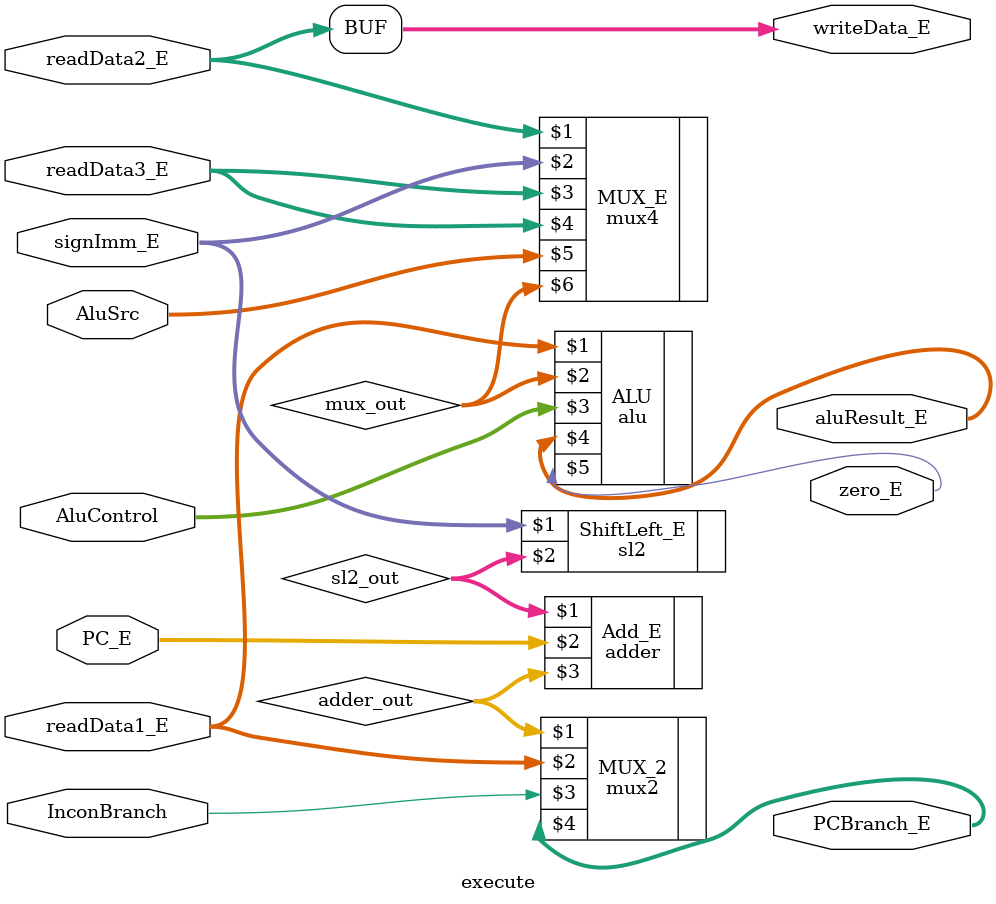
<source format=sv>

module execute #(parameter N=64)
				(input logic [1:0] AluSrc,
				 input logic [3:0] AluControl,
				 input logic [N-1:0] PC_E, signImm_E, readData1_E, readData2_E, readData3_E,
				 output logic [N-1:0] PCBranch_E, aluResult_E, writeData_E,
				 output logic zero_E, 
				 input logic InconBranch);

	logic [N-1:0] mux_out, sl2_out;
	logic [N-1:0] adder_out; 

	mux4  #(N) MUX_E(readData2_E, signImm_E, readData3_E, readData3_E, AluSrc, mux_out);
	alu        ALU(readData1_E, mux_out, AluControl, aluResult_E, zero_E);
	sl2   #(N) ShiftLeft_E(signImm_E, sl2_out);
	adder #(N) Add_E(sl2_out, PC_E, adder_out);
	mux2 #(N) MUX_2(adder_out, readData1_E, InconBranch, PCBranch_E);

	assign writeData_E = readData2_E;
	
endmodule


</source>
